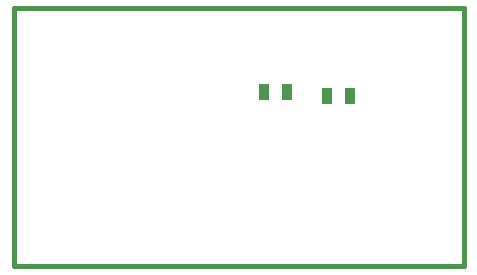
<source format=gbp>
G04 (created by PCBNEW-RS274X (2012-jan-04)-stable) date Fri 25 Jan 2013 16:17:33 CET*
G01*
G70*
G90*
%MOIN*%
G04 Gerber Fmt 3.4, Leading zero omitted, Abs format*
%FSLAX34Y34*%
G04 APERTURE LIST*
%ADD10C,0.006000*%
%ADD11C,0.015000*%
%ADD12R,0.035000X0.055000*%
G04 APERTURE END LIST*
G54D10*
G54D11*
X53350Y-37475D02*
X53375Y-37475D01*
X53350Y-46050D02*
X53350Y-37475D01*
X68350Y-46050D02*
X53350Y-46050D01*
X68350Y-37450D02*
X68350Y-46050D01*
X53350Y-37450D02*
X68350Y-37450D01*
G54D12*
X62460Y-40250D03*
X61710Y-40250D03*
X63810Y-40385D03*
X64560Y-40385D03*
M02*

</source>
